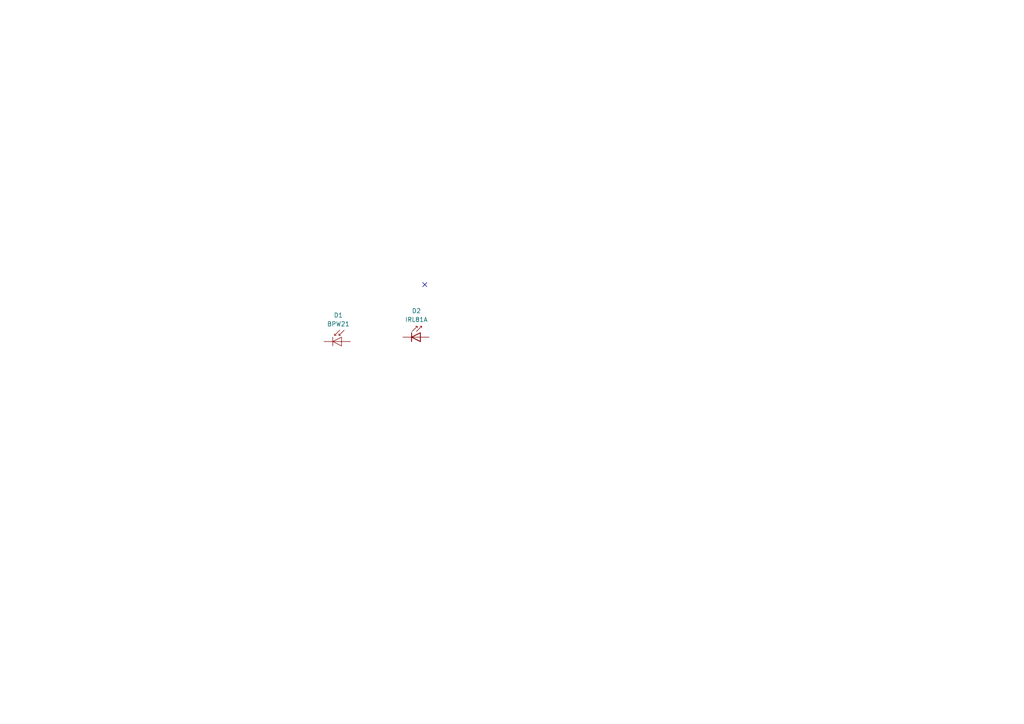
<source format=kicad_sch>
(kicad_sch (version 20250114) (generator "eeschema") (generator_version "9.0")
  (paper "A4")
  (lib_symbols
    (symbol "LED:IRL81A" (pin_numbers (hide yes)) (pin_names (offset 1.016) (hide yes))
      (property "Reference" "D" (at 0.508 1.778 0))
      (property "Value" "IRL81A" (at -1.016 -2.794 0))
      (symbol "IRL81A_0_1"
        (polyline (pts (xy -2.54 1.27) (xy -2.54 -1.27)) (stroke (width 0.254)))
        (polyline (pts (xy -2.54 0) (xy 0 0)))
        (polyline (pts (xy -2.413 1.651) (xy -0.889 3.175) (xy -0.889 2.667) (xy -0.889 3.175) (xy -1.397 3.175)))
        (polyline (pts (xy -1.143 1.651) (xy 0.381 3.175) (xy 0.381 2.667)))
        (polyline (pts (xy 0 -1.27) (xy 0 1.27) (xy -2.54 0) (xy 0 -1.27)) (stroke (width 0.254)))
        (polyline (pts (xy 0.381 3.175) (xy -0.127 3.175)))
      )
      (symbol "IRL81A_1_1"
        (pin passive line (at -5.08 0 0) (length 2.54) (name "K") (number "1"))
        (pin passive line (at 2.54 0 180) (length 2.54) (name "A") (number "2"))
      )
    )
    (symbol "Sensor_Optical:BPW21" (pin_numbers (hide yes)) (pin_names (hide yes))
      (property "Reference" "D" (at 0.508 1.778 0))
      (property "Value" "BPW21" (at -1.016 -2.794 0))
      (symbol "BPW21_0_1"
        (polyline (pts (xy -2.54 1.27) (xy -2.54 -1.27)) (stroke (width 0.1524)))
        (polyline (pts (xy -2.032 1.778) (xy -1.524 1.778)))
        (polyline (pts (xy -0.508 3.302) (xy -2.032 1.778) (xy -2.032 2.286)))
        (polyline (pts (xy 0 1.27) (xy 0 -1.27)))
        (polyline (pts (xy 0 1.27) (xy -2.54 0) (xy 0 -1.27)))
        (polyline (pts (xy 0 0) (xy -2.54 0)))
        (polyline (pts (xy 0.762 3.302) (xy -0.762 1.778) (xy -0.762 2.286) (xy -0.762 1.778) (xy -0.254 1.778)))
      )
      (symbol "BPW21_1_1"
        (pin passive line (at -5.08 0 0) (length 2.54) (name "K") (number "2"))
        (pin passive line (at 2.54 0 180) (length 2.54) (name "A") (number "1"))
      )
    )
  )
  (no_connect (at 123.19 82.55))
  (symbol (lib_id "Sensor_Optical:BPW21") (at 99.06 99.06 0) (unit 1)
    (property "Reference" "D1" (at 98.1329 91.44 0))
    (property "Value" "BPW21" (at 98.1329 93.98 0))
    (property "Footprint" "LED_THT:LED_D3.0mm_Horizontal_O1.27mm_Z2.0mm_IRBlack" (effects (hide yes)))
    (property "Datasheet" "http://techwww.in.tu-clausthal.de/site/Dokumentation/Dioden/Fotodioden/BPW21-Fotodiode.pdf" (effects (hide yes)))
    (property "Description" "Silicon Photodiode for the visible spectral range, TO-5 package" (effects (hide yes)))
  )
  (symbol (lib_id "LED:IRL81A") (at 121.92 97.79 0) (unit 1)
    (property "Reference" "D2" (at 120.777 90.17 0))
    (property "Value" "IRL81A" (at 120.777 92.71 0))
    (property "Footprint" "LED_THT:LED_D3.0mm_Horizontal_O1.27mm_Z2.0mm_IRBlack" (effects (hide yes)))
    (property "Datasheet" "http://www.osram-os.com/Graphics/XPic0/00203825_0.pdf" (effects (hide yes)))
    (property "Description" "850nm High Power Infrared Emitter, Side-Emitter package" (effects (hide yes)))
  )
)
</source>
